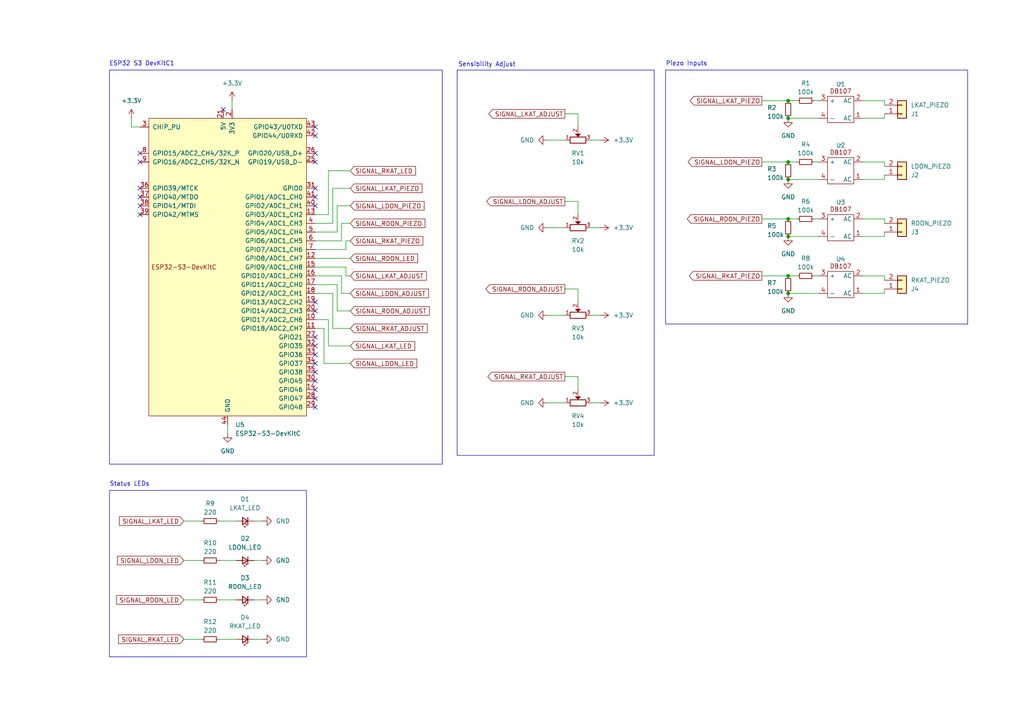
<source format=kicad_sch>
(kicad_sch (version 20231120) (generator "eeschema") (generator_version "8.0")
  (paper "A4")
  (title_block (title "Taiko Nijiiro Analog IOBoard") (date "2024-04-26") (rev "1") (company "AkaiiKitsune"))
  (lib_symbols
    (symbol "Connector_Generic:Conn_01x02" (pin_names (offset 1.016) hide)
      (property "Reference" "J" (at 0 2.54 0))
      (property "Value" "Conn_01x02" (at 0 -5.08 0))
      (symbol "Conn_01x02_1_1"
        (rectangle (start -1.27 -2.413) (end 0 -2.667) (stroke (width 0.1524)))
        (rectangle (start -1.27 0.127) (end 0 -0.127) (stroke (width 0.1524)))
        (rectangle (start -1.27 1.27) (end 1.27 -3.81) (stroke (width 0.254)) (fill (type background)))
        (pin passive line (at -5.08 0 0) (length 3.81) (name "Pin_1") (number "1"))
        (pin passive line (at -5.08 -2.54 0) (length 3.81) (name "Pin_2") (number "2"))
      )
    )
    (symbol "Device:LED_Small" (pin_numbers hide) (pin_names (offset 0.254) hide)
      (property "Reference" "D" (at -1.27 3.175 0))
      (property "Value" "LED_Small" (at -4.445 -2.54 0))
      (symbol "LED_Small_0_1"
        (polyline (pts (xy -0.762 -1.016) (xy -0.762 1.016)) (stroke (width 0.254)))
        (polyline (pts (xy 1.016 0) (xy -0.762 0)))
        (polyline (pts (xy 0.762 -1.016) (xy -0.762 0) (xy 0.762 1.016) (xy 0.762 -1.016)) (stroke (width 0.254)))
        (polyline (pts (xy 0 0.762) (xy -0.508 1.27) (xy -0.254 1.27) (xy -0.508 1.27) (xy -0.508 1.016)))
        (polyline (pts (xy 0.508 1.27) (xy 0 1.778) (xy 0.254 1.778) (xy 0 1.778) (xy 0 1.524)))
      )
      (symbol "LED_Small_1_1"
        (pin passive line (at -2.54 0 0) (length 1.778) (name "K") (number "1"))
        (pin passive line (at 2.54 0 180) (length 1.778) (name "A") (number "2"))
      )
    )
    (symbol "Device:R_Small" (pin_numbers hide) (pin_names (offset 0.254) hide)
      (property "Reference" "R" (at 0.762 0.508 0))
      (property "Value" "R_Small" (at 0.762 -1.016 0))
      (symbol "R_Small_0_1"
        (rectangle (start -0.762 1.778) (end 0.762 -1.778) (stroke (width 0.2032)))
      )
      (symbol "R_Small_1_1"
        (pin passive line (at 0 2.54 270) (length 0.762) (name "~") (number "1"))
        (pin passive line (at 0 -2.54 90) (length 0.762) (name "~") (number "2"))
      )
    )
    (symbol "Farewell:DB107"
      (property "Reference" "U" (at 0 0 0))
      (symbol "DB107_0_1"
        (rectangle (start -3.81 3.81) (end 3.81 -3.81))
      )
      (symbol "DB107_1_1"
        (text "DB107" (at 0 5.334 0) (effects (font (size 1.27 1.27))))
        (pin input line (at 6.35 -2.54 180) (length 2.54) (name "AC") (number "1"))
        (pin input line (at 6.35 2.54 180) (length 2.54) (name "AC") (number "2"))
        (pin output line (at -6.35 2.54 0) (length 2.54) (name "+") (number "3"))
        (pin output line (at -6.35 -2.54 0) (length 2.54) (name "-") (number "4"))
      )
    )
    (symbol "PCM_Espressif:ESP32-S3-DevKitC" (pin_names (offset 1.016))
      (property "Reference" "U" (at -22.86 48.26 0))
      (property "Value" "ESP32-S3-DevKitC" (at -22.86 45.72 0))
      (symbol "ESP32-S3-DevKitC_0_0"
        (text "ESP32-S3-DevKitC" (at -12.7 0 0) (effects (font (size 1.27 1.27))))
        (pin bidirectional line (at 25.4 -35.56 180) (length 2.54) (name "GPIO46") (number "14"))
        (pin bidirectional line (at 25.4 -10.16 180) (length 2.54) (name "GPIO13/ADC2_CH2") (number "19"))
        (pin bidirectional line (at -25.4 15.24 0) (length 2.54) (name "GPIO42/MTMS") (number "39"))
        (pin bidirectional line (at 25.4 17.78 180) (length 2.54) (name "GPIO2/ADC1_CH1") (number "40"))
        (pin bidirectional line (at 25.4 20.32 180) (length 2.54) (name "GPIO1/ADC1_CH0") (number "41"))
        (pin bidirectional line (at 25.4 38.1 180) (length 2.54) (name "GPIO44/U0RXD") (number "42"))
        (pin bidirectional line (at 25.4 40.64 180) (length 2.54) (name "GPIO43/U0TXD") (number "43"))
        (pin power_in line (at 0 -45.72 90) (length 2.54) (name "GND") (number "44"))
      )
      (symbol "ESP32-S3-DevKitC_0_1"
        (rectangle (start -22.86 43.18) (end 22.86 -43.18) (fill (type background)))
        (pin power_in line (at 1.27 45.72 270) (length 2.54) (name "3V3") (number "2"))
      )
      (symbol "ESP32-S3-DevKitC_1_1"
        (pin passive line (at 1.27 45.72 270) (length 2.54) hide (name "3V3") (number "1"))
        (pin bidirectional line (at 25.4 -15.24 180) (length 2.54) (name "GPIO17/ADC2_CH6") (number "10"))
        (pin bidirectional line (at 25.4 -17.78 180) (length 2.54) (name "GPIO18/ADC2_CH7") (number "11"))
        (pin bidirectional line (at 25.4 2.54 180) (length 2.54) (name "GPIO8/ADC1_CH7") (number "12"))
        (pin bidirectional line (at 25.4 15.24 180) (length 2.54) (name "GPIO3/ADC1_CH2") (number "13"))
        (pin bidirectional line (at 25.4 0 180) (length 2.54) (name "GPIO9/ADC1_CH8") (number "15"))
        (pin bidirectional line (at 25.4 -2.54 180) (length 2.54) (name "GPIO10/ADC1_CH9") (number "16"))
        (pin bidirectional line (at 25.4 -5.08 180) (length 2.54) (name "GPIO11/ADC2_CH0") (number "17"))
        (pin bidirectional line (at 25.4 -7.62 180) (length 2.54) (name "GPIO12/ADC2_CH1") (number "18"))
        (pin bidirectional line (at 25.4 -12.7 180) (length 2.54) (name "GPIO14/ADC2_CH3") (number "20"))
        (pin power_in line (at -1.27 45.72 270) (length 2.54) (name "5V") (number "21"))
        (pin passive line (at 0 -45.72 90) (length 2.54) hide (name "GND") (number "22"))
        (pin passive line (at 0 -45.72 90) (length 2.54) hide (name "GND") (number "23"))
        (pin passive line (at 0 -45.72 90) (length 2.54) hide (name "GND") (number "24"))
        (pin bidirectional line (at 25.4 30.48 180) (length 2.54) (name "GPIO19/USB_D-") (number "25"))
        (pin bidirectional line (at 25.4 33.02 180) (length 2.54) (name "GPIO20/USB_D+") (number "26"))
        (pin bidirectional line (at 25.4 -20.32 180) (length 2.54) (name "GPIO21") (number "27"))
        (pin bidirectional line (at 25.4 -38.1 180) (length 2.54) (name "GPIO47") (number "28"))
        (pin bidirectional line (at 25.4 -40.64 180) (length 2.54) (name "GPIO48") (number "29"))
        (pin input line (at -25.4 40.64 0) (length 2.54) (name "CHIP_PU") (number "3"))
        (pin bidirectional line (at 25.4 -33.02 180) (length 2.54) (name "GPIO45") (number "30"))
        (pin bidirectional line (at 25.4 22.86 180) (length 2.54) (name "GPIO0") (number "31"))
        (pin bidirectional line (at 25.4 -22.86 180) (length 2.54) (name "GPIO35") (number "32"))
        (pin bidirectional line (at 25.4 -25.4 180) (length 2.54) (name "GPIO36") (number "33"))
        (pin bidirectional line (at 25.4 -27.94 180) (length 2.54) (name "GPIO37") (number "34"))
        (pin bidirectional line (at 25.4 -30.48 180) (length 2.54) (name "GPIO38") (number "35"))
        (pin bidirectional line (at -25.4 22.86 0) (length 2.54) (name "GPIO39/MTCK") (number "36"))
        (pin bidirectional line (at -25.4 20.32 0) (length 2.54) (name "GPIO40/MTDO") (number "37"))
        (pin bidirectional line (at -25.4 17.78 0) (length 2.54) (name "GPIO41/MTDI") (number "38"))
        (pin bidirectional line (at 25.4 12.7 180) (length 2.54) (name "GPIO4/ADC1_CH3") (number "4"))
        (pin bidirectional line (at 25.4 10.16 180) (length 2.54) (name "GPIO5/ADC1_CH4") (number "5"))
        (pin bidirectional line (at 25.4 7.62 180) (length 2.54) (name "GPIO6/ADC1_CH5") (number "6"))
        (pin bidirectional line (at 25.4 5.08 180) (length 2.54) (name "GPIO7/ADC1_CH6") (number "7"))
        (pin bidirectional line (at -25.4 33.02 0) (length 2.54) (name "GPIO15/ADC2_CH4/32K_P") (number "8"))
        (pin bidirectional line (at -25.4 30.48 0) (length 2.54) (name "GPIO16/ADC2_CH5/32K_N") (number "9"))
      )
    )
    (symbol "PCM_SL_Devices:potentiometer_3362P"
      (property "Reference" "RV" (at 0 -2.286 0))
      (property "Value" "potentiometer_3362P" (at 0 -3.81 0))
      (symbol "potentiometer_3362P_0_1"
        (rectangle (start -2.286 0.889) (end 2.286 -0.889) (stroke (width 0.24)))
        (polyline (pts (xy 0 1.016) (xy 0.762 1.778) (xy -0.762 1.778) (xy 0 1.016)) (fill (type outline)))
      )
      (symbol "potentiometer_3362P_1_1"
        (pin passive line (at -3.81 0 0) (length 1.5) (name "~") (number "1"))
        (pin passive line (at 0 3.81 270) (length 2) (name "~") (number "2"))
        (pin passive line (at 3.81 0 180) (length 1.5) (name "~") (number "3"))
      )
    )
    (symbol "power:+3.3V" (power) (pin_numbers hide) (pin_names (offset 0) hide)
      (property "Value" "+3.3V" (at 0 3.556 0))
      (symbol "+3.3V_0_1"
        (polyline (pts (xy -0.762 1.27) (xy 0 2.54)))
        (polyline (pts (xy 0 0) (xy 0 2.54)))
        (polyline (pts (xy 0 2.54) (xy 0.762 1.27)))
      )
      (symbol "+3.3V_1_1"
        (pin power_in line (at 0 0 90) (length 0) (name "~") (number "1"))
      )
    )
    (symbol "power:GND" (power) (pin_numbers hide) (pin_names (offset 0) hide)
      (property "Value" "GND" (at 0 -3.81 0))
      (symbol "GND_0_1"
        (polyline (pts (xy 0 0) (xy 0 -1.27) (xy 1.27 -1.27) (xy 0 -2.54) (xy -1.27 -1.27) (xy 0 -1.27)))
      )
      (symbol "GND_1_1"
        (pin power_in line (at 0 0 270) (length 0) (name "~") (number "1"))
      )
    )
  )
  (junction (at 228.6 85.09))
  (junction (at 228.6 29.21))
  (junction (at 228.6 68.58))
  (junction (at 228.6 46.99))
  (junction (at 228.6 80.01))
  (junction (at 228.6 34.29))
  (junction (at 228.6 52.07))
  (junction (at 228.6 63.5))
  (no_connect (at 91.44 46.99))
  (no_connect (at 40.64 57.15))
  (no_connect (at 40.64 54.61))
  (no_connect (at 91.44 87.63))
  (no_connect (at 91.44 102.87))
  (no_connect (at 91.44 39.37))
  (no_connect (at 91.44 107.95))
  (no_connect (at 91.44 36.83))
  (no_connect (at 91.44 100.33))
  (no_connect (at 40.64 44.45))
  (no_connect (at 91.44 110.49))
  (no_connect (at 91.44 118.11))
  (no_connect (at 91.44 115.57))
  (no_connect (at 40.64 59.69))
  (no_connect (at 40.64 46.99))
  (no_connect (at 91.44 44.45))
  (no_connect (at 91.44 90.17))
  (no_connect (at 91.44 59.69))
  (no_connect (at 64.77 31.75))
  (no_connect (at 91.44 97.79))
  (no_connect (at 91.44 113.03))
  (no_connect (at 40.64 62.23))
  (no_connect (at 91.44 105.41))
  (no_connect (at 91.44 57.15))
  (no_connect (at 91.44 54.61))
  (wire (pts (xy 100.33 80.01) (xy 101.6 80.01)))
  (wire (pts (xy 228.6 29.21) (xy 231.14 29.21)))
  (wire (pts (xy 97.79 67.31) (xy 97.79 59.69)))
  (wire (pts (xy 163.83 83.82) (xy 167.64 83.82)))
  (wire (pts (xy 220.98 29.21) (xy 228.6 29.21)))
  (wire (pts (xy 256.54 80.01) (xy 256.54 81.28)))
  (wire (pts (xy 97.79 59.69) (xy 101.6 59.69)))
  (wire (pts (xy 63.5 162.56) (xy 68.58 162.56)))
  (wire (pts (xy 99.06 64.77) (xy 99.06 69.85)))
  (wire (pts (xy 163.83 58.42) (xy 167.64 58.42)))
  (wire (pts (xy 228.6 46.99) (xy 231.14 46.99)))
  (wire (pts (xy 73.66 173.99) (xy 76.2 173.99)))
  (wire (pts (xy 256.54 34.29) (xy 256.54 33.02)))
  (wire (pts (xy 91.44 64.77) (xy 96.52 64.77)))
  (wire (pts (xy 100.33 69.85) (xy 101.6 69.85)))
  (wire (pts (xy 95.25 92.71) (xy 95.25 100.33)))
  (wire (pts (xy 91.44 67.31) (xy 97.79 67.31)))
  (wire (pts (xy 236.22 46.99) (xy 237.49 46.99)))
  (wire (pts (xy 91.44 62.23) (xy 95.25 62.23)))
  (wire (pts (xy 228.6 63.5) (xy 231.14 63.5)))
  (wire (pts (xy 256.54 68.58) (xy 256.54 67.31)))
  (wire (pts (xy 91.44 80.01) (xy 99.06 80.01)))
  (wire (pts (xy 38.1 36.83) (xy 38.1 34.29)))
  (wire (pts (xy 250.19 63.5) (xy 256.54 63.5)))
  (wire (pts (xy 250.19 52.07) (xy 256.54 52.07)))
  (wire (pts (xy 228.6 68.58) (xy 237.49 68.58)))
  (wire (pts (xy 53.34 151.13) (xy 58.42 151.13)))
  (wire (pts (xy 158.75 91.44) (xy 163.83 91.44)))
  (wire (pts (xy 158.75 40.64) (xy 163.83 40.64)))
  (wire (pts (xy 91.44 82.55) (xy 97.79 82.55)))
  (wire (pts (xy 158.75 116.84) (xy 163.83 116.84)))
  (wire (pts (xy 66.04 123.19) (xy 66.04 125.73)))
  (wire (pts (xy 167.64 36.83) (xy 167.64 33.02)))
  (wire (pts (xy 63.5 185.42) (xy 68.58 185.42)))
  (wire (pts (xy 250.19 80.01) (xy 256.54 80.01)))
  (wire (pts (xy 100.33 69.85) (xy 100.33 72.39)))
  (wire (pts (xy 95.25 49.53) (xy 101.6 49.53)))
  (wire (pts (xy 256.54 29.21) (xy 256.54 30.48)))
  (wire (pts (xy 171.45 91.44) (xy 173.99 91.44)))
  (wire (pts (xy 167.64 62.23) (xy 167.64 58.42)))
  (wire (pts (xy 250.19 34.29) (xy 256.54 34.29)))
  (wire (pts (xy 100.33 80.01) (xy 100.33 77.47)))
  (wire (pts (xy 256.54 63.5) (xy 256.54 64.77)))
  (wire (pts (xy 236.22 80.01) (xy 237.49 80.01)))
  (wire (pts (xy 99.06 85.09) (xy 101.6 85.09)))
  (wire (pts (xy 63.5 173.99) (xy 68.58 173.99)))
  (wire (pts (xy 91.44 85.09) (xy 96.52 85.09)))
  (wire (pts (xy 91.44 72.39) (xy 100.33 72.39)))
  (wire (pts (xy 171.45 40.64) (xy 173.99 40.64)))
  (wire (pts (xy 220.98 46.99) (xy 228.6 46.99)))
  (wire (pts (xy 220.98 63.5) (xy 228.6 63.5)))
  (wire (pts (xy 53.34 162.56) (xy 58.42 162.56)))
  (wire (pts (xy 96.52 85.09) (xy 96.52 95.25)))
  (wire (pts (xy 96.52 54.61) (xy 96.52 64.77)))
  (wire (pts (xy 158.75 66.04) (xy 163.83 66.04)))
  (wire (pts (xy 91.44 74.93) (xy 101.6 74.93)))
  (wire (pts (xy 93.98 95.25) (xy 93.98 105.41)))
  (wire (pts (xy 250.19 85.09) (xy 256.54 85.09)))
  (wire (pts (xy 97.79 90.17) (xy 101.6 90.17)))
  (wire (pts (xy 67.31 29.21) (xy 67.31 31.75)))
  (wire (pts (xy 163.83 33.02) (xy 167.64 33.02)))
  (wire (pts (xy 53.34 173.99) (xy 58.42 173.99)))
  (wire (pts (xy 256.54 52.07) (xy 256.54 50.8)))
  (wire (pts (xy 256.54 46.99) (xy 256.54 48.26)))
  (wire (pts (xy 220.98 80.01) (xy 228.6 80.01)))
  (wire (pts (xy 63.5 151.13) (xy 68.58 151.13)))
  (wire (pts (xy 250.19 46.99) (xy 256.54 46.99)))
  (wire (pts (xy 236.22 29.21) (xy 237.49 29.21)))
  (wire (pts (xy 228.6 85.09) (xy 237.49 85.09)))
  (wire (pts (xy 91.44 95.25) (xy 93.98 95.25)))
  (wire (pts (xy 73.66 162.56) (xy 76.2 162.56)))
  (wire (pts (xy 163.83 109.22) (xy 167.64 109.22)))
  (wire (pts (xy 95.25 49.53) (xy 95.25 62.23)))
  (wire (pts (xy 73.66 151.13) (xy 76.2 151.13)))
  (wire (pts (xy 93.98 105.41) (xy 101.6 105.41)))
  (wire (pts (xy 228.6 80.01) (xy 231.14 80.01)))
  (wire (pts (xy 97.79 82.55) (xy 97.79 90.17)))
  (wire (pts (xy 171.45 116.84) (xy 173.99 116.84)))
  (wire (pts (xy 228.6 34.29) (xy 237.49 34.29)))
  (wire (pts (xy 167.64 113.03) (xy 167.64 109.22)))
  (wire (pts (xy 96.52 54.61) (xy 101.6 54.61)))
  (wire (pts (xy 167.64 87.63) (xy 167.64 83.82)))
  (wire (pts (xy 99.06 80.01) (xy 99.06 85.09)))
  (wire (pts (xy 95.25 100.33) (xy 101.6 100.33)))
  (wire (pts (xy 171.45 66.04) (xy 173.99 66.04)))
  (wire (pts (xy 53.34 185.42) (xy 58.42 185.42)))
  (wire (pts (xy 99.06 64.77) (xy 101.6 64.77)))
  (wire (pts (xy 91.44 69.85) (xy 99.06 69.85)))
  (wire (pts (xy 228.6 52.07) (xy 237.49 52.07)))
  (wire (pts (xy 91.44 92.71) (xy 95.25 92.71)))
  (wire (pts (xy 100.33 77.47) (xy 91.44 77.47)))
  (wire (pts (xy 40.64 36.83) (xy 38.1 36.83)))
  (wire (pts (xy 236.22 63.5) (xy 237.49 63.5)))
  (wire (pts (xy 250.19 29.21) (xy 256.54 29.21)))
  (wire (pts (xy 250.19 68.58) (xy 256.54 68.58)))
  (wire (pts (xy 96.52 95.25) (xy 101.6 95.25)))
  (wire (pts (xy 73.66 185.42) (xy 76.2 185.42)))
  (wire (pts (xy 256.54 85.09) (xy 256.54 83.82)))
  (rectangle (start 31.75 20.32) (end 128.27 134.62))
  (rectangle (start 193.04 20.32) (end 280.67 93.98))
  (rectangle (start 31.75 142.24) (end 88.9 190.5))
  (rectangle (start 132.588 20.32) (end 189.738 132.08))
  (text "ESP32 S3 DevKitC1" (at 41.148 18.542 0) (effects (font (size 1.27 1.27))))
  (text "Sensibility Adjust" (at 141.224 18.796 0) (effects (font (size 1.27 1.27))))
  (text "Piezo Inputs" (at 199.136 18.542 0) (effects (font (size 1.27 1.27))))
  (text "Status LEDs" (at 37.592 140.462 0) (effects (font (size 1.27 1.27))))
  (global_label "SIGNAL_LKAT_PIEZO" (shape input) (at 101.6 54.61 0) (property "Intersheetrefs" "${INTERSHEET_REFS}" (effects (hide yes))))
  (global_label "SIGNAL_RKAT_LED" (shape input) (at 101.6 49.53 0) (property "Intersheetrefs" "${INTERSHEET_REFS}" (effects (hide yes))))
  (global_label "SIGNAL_RKAT_ADJUST" (shape input) (at 101.6 95.25 0) (property "Intersheetrefs" "${INTERSHEET_REFS}" (effects (hide yes))))
  (global_label "SIGNAL_LKAT_PIEZO" (shape output) (at 220.98 29.21 180) (property "Intersheetrefs" "${INTERSHEET_REFS}" (effects (hide yes))))
  (global_label "SIGNAL_RDON_PIEZO" (shape input) (at 101.6 64.77 0) (property "Intersheetrefs" "${INTERSHEET_REFS}" (effects (hide yes))))
  (global_label "SIGNAL_LKAT_ADJUST" (shape input) (at 101.6 80.01 0) (property "Intersheetrefs" "${INTERSHEET_REFS}" (effects (hide yes))))
  (global_label "SIGNAL_RDON_LED" (shape input) (at 53.34 173.99 180) (property "Intersheetrefs" "${INTERSHEET_REFS}" (effects (hide yes))))
  (global_label "SIGNAL_RDON_LED" (shape input) (at 101.6 74.93 0) (property "Intersheetrefs" "${INTERSHEET_REFS}" (effects (hide yes))))
  (global_label "SIGNAL_LKAT_LED" (shape input) (at 53.34 151.13 180) (property "Intersheetrefs" "${INTERSHEET_REFS}" (effects (hide yes))))
  (global_label "SIGNAL_LDON_ADJUST" (shape input) (at 101.6 85.09 0) (property "Intersheetrefs" "${INTERSHEET_REFS}" (effects (hide yes))))
  (global_label "SIGNAL_LKAT_LED" (shape input) (at 101.6 100.33 0) (property "Intersheetrefs" "${INTERSHEET_REFS}" (effects (hide yes))))
  (global_label "SIGNAL_LDON_LED" (shape input) (at 53.34 162.56 180) (property "Intersheetrefs" "${INTERSHEET_REFS}" (effects (hide yes))))
  (global_label "SIGNAL_RKAT_ADJUST" (shape output) (at 163.83 109.22 180) (property "Intersheetrefs" "${INTERSHEET_REFS}" (effects (hide yes))))
  (global_label "SIGNAL_RKAT_PIEZO" (shape output) (at 220.98 80.01 180) (property "Intersheetrefs" "${INTERSHEET_REFS}" (effects (hide yes))))
  (global_label "SIGNAL_LDON_PIEZO" (shape output) (at 220.98 46.99 180) (property "Intersheetrefs" "${INTERSHEET_REFS}" (effects (hide yes))))
  (global_label "SIGNAL_RKAT_PIEZO" (shape input) (at 101.6 69.85 0) (property "Intersheetrefs" "${INTERSHEET_REFS}" (effects (hide yes))))
  (global_label "SIGNAL_RDON_PIEZO" (shape output) (at 220.98 63.5 180) (property "Intersheetrefs" "${INTERSHEET_REFS}" (effects (hide yes))))
  (global_label "SIGNAL_RDON_ADJUST" (shape output) (at 163.83 83.82 180) (property "Intersheetrefs" "${INTERSHEET_REFS}" (effects (hide yes))))
  (global_label "SIGNAL_LDON_PIEZO" (shape input) (at 101.6 59.69 0) (property "Intersheetrefs" "${INTERSHEET_REFS}" (effects (hide yes))))
  (global_label "SIGNAL_LDON_ADJUST" (shape output) (at 163.83 58.42 180) (property "Intersheetrefs" "${INTERSHEET_REFS}" (effects (hide yes))))
  (global_label "SIGNAL_LDON_LED" (shape input) (at 101.6 105.41 0) (property "Intersheetrefs" "${INTERSHEET_REFS}" (effects (hide yes))))
  (global_label "SIGNAL_RDON_ADJUST" (shape input) (at 101.6 90.17 0) (property "Intersheetrefs" "${INTERSHEET_REFS}" (effects (hide yes))))
  (global_label "SIGNAL_LKAT_ADJUST" (shape output) (at 163.83 33.02 180) (property "Intersheetrefs" "${INTERSHEET_REFS}" (effects (hide yes))))
  (global_label "SIGNAL_RKAT_LED" (shape input) (at 53.34 185.42 180) (property "Intersheetrefs" "${INTERSHEET_REFS}" (effects (hide yes))))
  (symbol (lib_id "power:GND") (at 228.6 34.29 0) (unit 1)
    (property "Reference" "#PWR01" (effects (hide yes)))
    (property "Value" "GND" (at 228.6 39.37 0))
    (property "Description" "Power symbol creates a global label with name \"GND\" , ground" (effects (hide yes)))
  )
  (symbol (lib_id "power:GND") (at 228.6 68.58 0) (unit 1)
    (property "Reference" "#PWR03" (effects (hide yes)))
    (property "Value" "GND" (at 228.6 73.66 0))
    (property "Description" "Power symbol creates a global label with name \"GND\" , ground" (effects (hide yes)))
  )
  (symbol (lib_id "Device:R_Small") (at 60.96 162.56 90) (unit 1)
    (property "Reference" "R10" (at 60.96 157.48 90))
    (property "Value" "220" (at 60.96 160.02 90))
    (property "Footprint" "PCM_Resistor_SMD_AKL:R_1206_3216Metric_Pad1.30x1.75mm_HandSolder" (effects (hide yes)))
    (property "Description" "Resistor, small symbol" (effects (hide yes)))
  )
  (symbol (lib_id "Farewell:DB107") (at 243.84 49.53 0) (unit 1)
    (property "Reference" "U2" (at 243.84 42.164 0))
    (property "Value" "~" (at 243.84 41.91 0))
    (property "Footprint" "Farewell:DB10X SOP4" (effects (hide yes)))
  )
  (symbol (lib_id "Device:LED_Small") (at 71.12 185.42 180) (unit 1)
    (property "Reference" "D4" (at 71.0565 179.07 0))
    (property "Value" "RKAT_LED" (at 71.0565 181.61 0))
    (property "Footprint" "LED_SMD:LED_1206_3216Metric_Pad1.42x1.75mm_HandSolder" (effects (hide yes)))
    (property "Description" "Light emitting diode, small symbol" (effects (hide yes)))
  )
  (symbol (lib_id "Device:LED_Small") (at 71.12 173.99 180) (unit 1)
    (property "Reference" "D3" (at 71.0565 167.64 0))
    (property "Value" "RDON_LED" (at 71.0565 170.18 0))
    (property "Footprint" "LED_SMD:LED_1206_3216Metric_Pad1.42x1.75mm_HandSolder" (effects (hide yes)))
    (property "Description" "Light emitting diode, small symbol" (effects (hide yes)))
  )
  (symbol (lib_id "power:+3.3V") (at 38.1 34.29 0) (unit 1)
    (property "Reference" "#PWR019" (effects (hide yes)))
    (property "Value" "+3.3V" (at 38.1 29.21 0))
    (property "Description" "Power symbol creates a global label with name \"+3.3V\"" (effects (hide yes)))
  )
  (symbol (lib_id "Device:R_Small") (at 233.68 63.5 90) (unit 1)
    (property "Reference" "R6" (at 233.68 58.42 90))
    (property "Value" "100k" (at 233.68 60.96 90))
    (property "Footprint" "PCM_Resistor_SMD_AKL:R_1206_3216Metric_Pad1.30x1.75mm_HandSolder" (effects (hide yes)))
    (property "Description" "Resistor, small symbol" (effects (hide yes)))
  )
  (symbol (lib_id "PCM_SL_Devices:potentiometer_3362P") (at 167.64 91.44 0) (unit 1)
    (property "Reference" "RV3" (at 167.64 95.25 0))
    (property "Value" "10k" (at 167.64 97.79 0))
    (property "Footprint" "PCM_SL_Footprints:potentiometer_3362P" (effects (hide yes)))
    (property "Datasheet" "https://www.bourns.com/data/global/pdfs/3362.pdf" (effects (hide yes)))
    (property "Description" "potentiometer_3362P" (effects (hide yes)))
  )
  (symbol (lib_id "Device:R_Small") (at 228.6 49.53 180) (unit 1)
    (property "Reference" "R3" (at 222.504 49.022 0) (effects (justify right)))
    (property "Value" "100k" (at 222.504 51.562 0) (effects (justify right)))
    (property "Footprint" "PCM_Resistor_SMD_AKL:R_1206_3216Metric_Pad1.30x1.75mm_HandSolder" (effects (hide yes)))
    (property "Description" "Resistor, small symbol" (effects (hide yes)))
  )
  (symbol (lib_id "power:+3.3V") (at 173.99 66.04 270) (unit 1)
    (property "Reference" "#PWR012" (effects (hide yes)))
    (property "Value" "+3.3V" (at 177.8 66.0399 90) (effects (justify left)))
    (property "Description" "Power symbol creates a global label with name \"+3.3V\"" (effects (hide yes)))
  )
  (symbol (lib_id "Device:R_Small") (at 233.68 29.21 90) (unit 1)
    (property "Reference" "R1" (at 233.68 24.13 90))
    (property "Value" "100k" (at 233.68 26.67 90))
    (property "Footprint" "PCM_Resistor_SMD_AKL:R_1206_3216Metric_Pad1.30x1.75mm_HandSolder" (effects (hide yes)))
    (property "Description" "Resistor, small symbol" (effects (hide yes)))
  )
  (symbol (lib_id "Farewell:DB107") (at 243.84 31.75 0) (unit 1)
    (property "Reference" "U1" (at 243.84 24.384 0))
    (property "Value" "~" (at 243.84 24.13 0))
    (property "Footprint" "Farewell:DB10X SOP4" (effects (hide yes)))
  )
  (symbol (lib_id "power:GND") (at 76.2 151.13 90) (unit 1)
    (property "Reference" "#PWR05" (effects (hide yes)))
    (property "Value" "GND" (at 80.01 151.1299 90) (effects (justify right)))
    (property "Description" "Power symbol creates a global label with name \"GND\" , ground" (effects (hide yes)))
  )
  (symbol (lib_id "Device:LED_Small") (at 71.12 162.56 180) (unit 1)
    (property "Reference" "D2" (at 71.0565 156.21 0))
    (property "Value" "LDON_LED" (at 71.0565 158.75 0))
    (property "Footprint" "LED_SMD:LED_1206_3216Metric_Pad1.42x1.75mm_HandSolder" (effects (hide yes)))
    (property "Description" "Light emitting diode, small symbol" (effects (hide yes)))
  )
  (symbol (lib_id "power:GND") (at 66.04 125.73 0) (unit 1)
    (property "Reference" "#PWR018" (effects (hide yes)))
    (property "Value" "GND" (at 66.04 130.81 0))
    (property "Description" "Power symbol creates a global label with name \"GND\" , ground" (effects (hide yes)))
  )
  (symbol (lib_id "Device:R_Small") (at 60.96 151.13 90) (unit 1)
    (property "Reference" "R9" (at 60.96 146.05 90))
    (property "Value" "220" (at 60.96 148.59 90))
    (property "Footprint" "PCM_Resistor_SMD_AKL:R_1206_3216Metric_Pad1.30x1.75mm_HandSolder" (effects (hide yes)))
    (property "Description" "Resistor, small symbol" (effects (hide yes)))
  )
  (symbol (lib_id "power:GND") (at 76.2 173.99 90) (unit 1)
    (property "Reference" "#PWR07" (effects (hide yes)))
    (property "Value" "GND" (at 80.01 173.9899 90) (effects (justify right)))
    (property "Description" "Power symbol creates a global label with name \"GND\" , ground" (effects (hide yes)))
  )
  (symbol (lib_id "power:GND") (at 228.6 85.09 0) (unit 1)
    (property "Reference" "#PWR04" (effects (hide yes)))
    (property "Value" "GND" (at 228.6 90.17 0))
    (property "Description" "Power symbol creates a global label with name \"GND\" , ground" (effects (hide yes)))
  )
  (symbol (lib_id "power:+3.3V") (at 67.31 29.21 0) (unit 1)
    (property "Reference" "#PWR017" (effects (hide yes)))
    (property "Value" "+3.3V" (at 67.31 24.13 0))
    (property "Description" "Power symbol creates a global label with name \"+3.3V\"" (effects (hide yes)))
  )
  (symbol (lib_id "power:GND") (at 158.75 116.84 270) (unit 1)
    (property "Reference" "#PWR09" (effects (hide yes)))
    (property "Value" "GND" (at 154.94 116.8399 90) (effects (justify right)))
    (property "Description" "Power symbol creates a global label with name \"GND\" , ground" (effects (hide yes)))
  )
  (symbol (lib_id "Device:R_Small") (at 233.68 80.01 90) (unit 1)
    (property "Reference" "R8" (at 233.68 74.93 90))
    (property "Value" "100k" (at 233.68 77.47 90))
    (property "Footprint" "PCM_Resistor_SMD_AKL:R_1206_3216Metric_Pad1.30x1.75mm_HandSolder" (effects (hide yes)))
    (property "Description" "Resistor, small symbol" (effects (hide yes)))
  )
  (symbol (lib_id "PCM_SL_Devices:potentiometer_3362P") (at 167.64 66.04 0) (unit 1)
    (property "Reference" "RV2" (at 167.64 69.85 0))
    (property "Value" "10k" (at 167.64 72.39 0))
    (property "Footprint" "PCM_SL_Footprints:potentiometer_3362P" (effects (hide yes)))
    (property "Datasheet" "https://www.bourns.com/data/global/pdfs/3362.pdf" (effects (hide yes)))
    (property "Description" "potentiometer_3362P" (effects (hide yes)))
  )
  (symbol (lib_id "Farewell:DB107") (at 243.84 66.04 0) (unit 1)
    (property "Reference" "U3" (at 243.84 58.674 0))
    (property "Value" "~" (at 243.84 58.42 0))
    (property "Footprint" "Farewell:DB10X SOP4" (effects (hide yes)))
  )
  (symbol (lib_id "Farewell:DB107") (at 243.84 82.55 0) (unit 1)
    (property "Reference" "U4" (at 243.84 75.184 0))
    (property "Value" "~" (at 243.84 74.93 0))
    (property "Footprint" "Farewell:DB10X SOP4" (effects (hide yes)))
  )
  (symbol (lib_id "PCM_Espressif:ESP32-S3-DevKitC") (at 66.04 77.47 0) (unit 1)
    (property "Reference" "U5" (at 68.2341 123.19 0) (effects (justify left)))
    (property "Value" "ESP32-S3-DevKitC" (at 68.2341 125.73 0) (effects (justify left)))
    (property "Footprint" "PCM_Espressif:ESP32-S3-DevKitC" (effects (hide yes)))
    (property "Description" "ESP32-S3-DevKitC" (effects (hide yes)))
  )
  (symbol (lib_id "Connector_Generic:Conn_01x02") (at 261.62 50.8 0) (mirror x) (unit 1)
    (property "Reference" "J2" (at 264.16 50.8001 0) (effects (justify left)))
    (property "Value" "LDON_PIEZO" (at 264.16 48.2601 0) (effects (justify left)))
    (property "Footprint" "Connector_TE-Connectivity:TE_440055-2_1x02_P2.00mm_Horizontal" (effects (hide yes)))
    (property "Description" "Generic connector, single row, 01x02, script generated (kicad-library-utils/schlib/autogen/connector/)" (effects (hide yes)))
  )
  (symbol (lib_id "PCM_SL_Devices:potentiometer_3362P") (at 167.64 116.84 0) (unit 1)
    (property "Reference" "RV4" (at 167.64 120.65 0))
    (property "Value" "10k" (at 167.64 123.19 0))
    (property "Footprint" "PCM_SL_Footprints:potentiometer_3362P" (effects (hide yes)))
    (property "Datasheet" "https://www.bourns.com/data/global/pdfs/3362.pdf" (effects (hide yes)))
    (property "Description" "potentiometer_3362P" (effects (hide yes)))
  )
  (symbol (lib_id "Device:R_Small") (at 228.6 31.75 180) (unit 1)
    (property "Reference" "R2" (at 222.504 31.242 0) (effects (justify right)))
    (property "Value" "100k" (at 222.504 33.782 0) (effects (justify right)))
    (property "Footprint" "PCM_Resistor_SMD_AKL:R_1206_3216Metric_Pad1.30x1.75mm_HandSolder" (effects (hide yes)))
    (property "Description" "Resistor, small symbol" (effects (hide yes)))
  )
  (symbol (lib_id "power:GND") (at 158.75 91.44 270) (unit 1)
    (property "Reference" "#PWR014" (effects (hide yes)))
    (property "Value" "GND" (at 154.94 91.4399 90) (effects (justify right)))
    (property "Description" "Power symbol creates a global label with name \"GND\" , ground" (effects (hide yes)))
  )
  (symbol (lib_id "power:GND") (at 76.2 185.42 90) (unit 1)
    (property "Reference" "#PWR08" (effects (hide yes)))
    (property "Value" "GND" (at 80.01 185.4199 90) (effects (justify right)))
    (property "Description" "Power symbol creates a global label with name \"GND\" , ground" (effects (hide yes)))
  )
  (symbol (lib_id "Device:R_Small") (at 233.68 46.99 90) (unit 1)
    (property "Reference" "R4" (at 233.68 41.91 90))
    (property "Value" "100k" (at 233.68 44.45 90))
    (property "Footprint" "PCM_Resistor_SMD_AKL:R_1206_3216Metric_Pad1.30x1.75mm_HandSolder" (effects (hide yes)))
    (property "Description" "Resistor, small symbol" (effects (hide yes)))
  )
  (symbol (lib_id "power:+3.3V") (at 173.99 40.64 270) (unit 1)
    (property "Reference" "#PWR016" (effects (hide yes)))
    (property "Value" "+3.3V" (at 177.8 40.6399 90) (effects (justify left)))
    (property "Description" "Power symbol creates a global label with name \"+3.3V\"" (effects (hide yes)))
  )
  (symbol (lib_id "power:GND") (at 158.75 66.04 270) (unit 1)
    (property "Reference" "#PWR011" (effects (hide yes)))
    (property "Value" "GND" (at 154.94 66.0399 90) (effects (justify right)))
    (property "Description" "Power symbol creates a global label with name \"GND\" , ground" (effects (hide yes)))
  )
  (symbol (lib_id "power:GND") (at 228.6 52.07 0) (unit 1)
    (property "Reference" "#PWR02" (effects (hide yes)))
    (property "Value" "GND" (at 228.6 57.15 0))
    (property "Description" "Power symbol creates a global label with name \"GND\" , ground" (effects (hide yes)))
  )
  (symbol (lib_id "Device:R_Small") (at 228.6 82.55 180) (unit 1)
    (property "Reference" "R7" (at 222.504 82.042 0) (effects (justify right)))
    (property "Value" "100k" (at 222.504 84.582 0) (effects (justify right)))
    (property "Footprint" "PCM_Resistor_SMD_AKL:R_1206_3216Metric_Pad1.30x1.75mm_HandSolder" (effects (hide yes)))
    (property "Description" "Resistor, small symbol" (effects (hide yes)))
  )
  (symbol (lib_id "power:+3.3V") (at 173.99 91.44 270) (unit 1)
    (property "Reference" "#PWR013" (effects (hide yes)))
    (property "Value" "+3.3V" (at 177.8 91.4399 90) (effects (justify left)))
    (property "Description" "Power symbol creates a global label with name \"+3.3V\"" (effects (hide yes)))
  )
  (symbol (lib_id "power:+3.3V") (at 173.99 116.84 270) (unit 1)
    (property "Reference" "#PWR010" (effects (hide yes)))
    (property "Value" "+3.3V" (at 177.8 116.8399 90) (effects (justify left)))
    (property "Description" "Power symbol creates a global label with name \"+3.3V\"" (effects (hide yes)))
  )
  (symbol (lib_id "Device:R_Small") (at 60.96 173.99 90) (unit 1)
    (property "Reference" "R11" (at 60.96 168.91 90))
    (property "Value" "220" (at 60.96 171.45 90))
    (property "Footprint" "PCM_Resistor_SMD_AKL:R_1206_3216Metric_Pad1.30x1.75mm_HandSolder" (effects (hide yes)))
    (property "Description" "Resistor, small symbol" (effects (hide yes)))
  )
  (symbol (lib_id "Connector_Generic:Conn_01x02") (at 261.62 33.02 0) (mirror x) (unit 1)
    (property "Reference" "J1" (at 264.16 33.0201 0) (effects (justify left)))
    (property "Value" "LKAT_PIEZO" (at 264.16 30.4801 0) (effects (justify left)))
    (property "Footprint" "Connector_TE-Connectivity:TE_440055-2_1x02_P2.00mm_Horizontal" (effects (hide yes)))
    (property "Description" "Generic connector, single row, 01x02, script generated (kicad-library-utils/schlib/autogen/connector/)" (effects (hide yes)))
  )
  (symbol (lib_id "Connector_Generic:Conn_01x02") (at 261.62 67.31 0) (mirror x) (unit 1)
    (property "Reference" "J3" (at 264.16 67.3101 0) (effects (justify left)))
    (property "Value" "RDON_PIEZO" (at 264.16 64.7701 0) (effects (justify left)))
    (property "Footprint" "Connector_TE-Connectivity:TE_440055-2_1x02_P2.00mm_Horizontal" (effects (hide yes)))
    (property "Description" "Generic connector, single row, 01x02, script generated (kicad-library-utils/schlib/autogen/connector/)" (effects (hide yes)))
  )
  (symbol (lib_id "Device:LED_Small") (at 71.12 151.13 180) (unit 1)
    (property "Reference" "D1" (at 71.0565 144.78 0))
    (property "Value" "LKAT_LED" (at 71.0565 147.32 0))
    (property "Footprint" "LED_SMD:LED_1206_3216Metric_Pad1.42x1.75mm_HandSolder" (effects (hide yes)))
    (property "Description" "Light emitting diode, small symbol" (effects (hide yes)))
  )
  (symbol (lib_id "PCM_SL_Devices:potentiometer_3362P") (at 167.64 40.64 0) (unit 1)
    (property "Reference" "RV1" (at 167.64 44.45 0))
    (property "Value" "10k" (at 167.64 46.99 0))
    (property "Footprint" "PCM_SL_Footprints:potentiometer_3362P" (effects (hide yes)))
    (property "Datasheet" "https://www.bourns.com/data/global/pdfs/3362.pdf" (effects (hide yes)))
    (property "Description" "potentiometer_3362P" (effects (hide yes)))
  )
  (symbol (lib_id "power:GND") (at 158.75 40.64 270) (unit 1)
    (property "Reference" "#PWR015" (effects (hide yes)))
    (property "Value" "GND" (at 154.94 40.6399 90) (effects (justify right)))
    (property "Description" "Power symbol creates a global label with name \"GND\" , ground" (effects (hide yes)))
  )
  (symbol (lib_id "Device:R_Small") (at 228.6 66.04 180) (unit 1)
    (property "Reference" "R5" (at 222.504 65.532 0) (effects (justify right)))
    (property "Value" "100k" (at 222.504 68.072 0) (effects (justify right)))
    (property "Footprint" "PCM_Resistor_SMD_AKL:R_1206_3216Metric_Pad1.30x1.75mm_HandSolder" (effects (hide yes)))
    (property "Description" "Resistor, small symbol" (effects (hide yes)))
  )
  (symbol (lib_id "power:GND") (at 76.2 162.56 90) (unit 1)
    (property "Reference" "#PWR06" (effects (hide yes)))
    (property "Value" "GND" (at 80.01 162.5599 90) (effects (justify right)))
    (property "Description" "Power symbol creates a global label with name \"GND\" , ground" (effects (hide yes)))
  )
  (symbol (lib_id "Device:R_Small") (at 60.96 185.42 90) (unit 1)
    (property "Reference" "R12" (at 60.96 180.34 90))
    (property "Value" "220" (at 60.96 182.88 90))
    (property "Footprint" "PCM_Resistor_SMD_AKL:R_1206_3216Metric_Pad1.30x1.75mm_HandSolder" (effects (hide yes)))
    (property "Description" "Resistor, small symbol" (effects (hide yes)))
  )
  (symbol (lib_id "Connector_Generic:Conn_01x02") (at 261.62 83.82 0) (mirror x) (unit 1)
    (property "Reference" "J4" (at 264.16 83.8201 0) (effects (justify left)))
    (property "Value" "RKAT_PIEZO" (at 264.16 81.2801 0) (effects (justify left)))
    (property "Footprint" "Connector_TE-Connectivity:TE_440055-2_1x02_P2.00mm_Horizontal" (effects (hide yes)))
    (property "Description" "Generic connector, single row, 01x02, script generated (kicad-library-utils/schlib/autogen/connector/)" (effects (hide yes)))
  )
)
</source>
